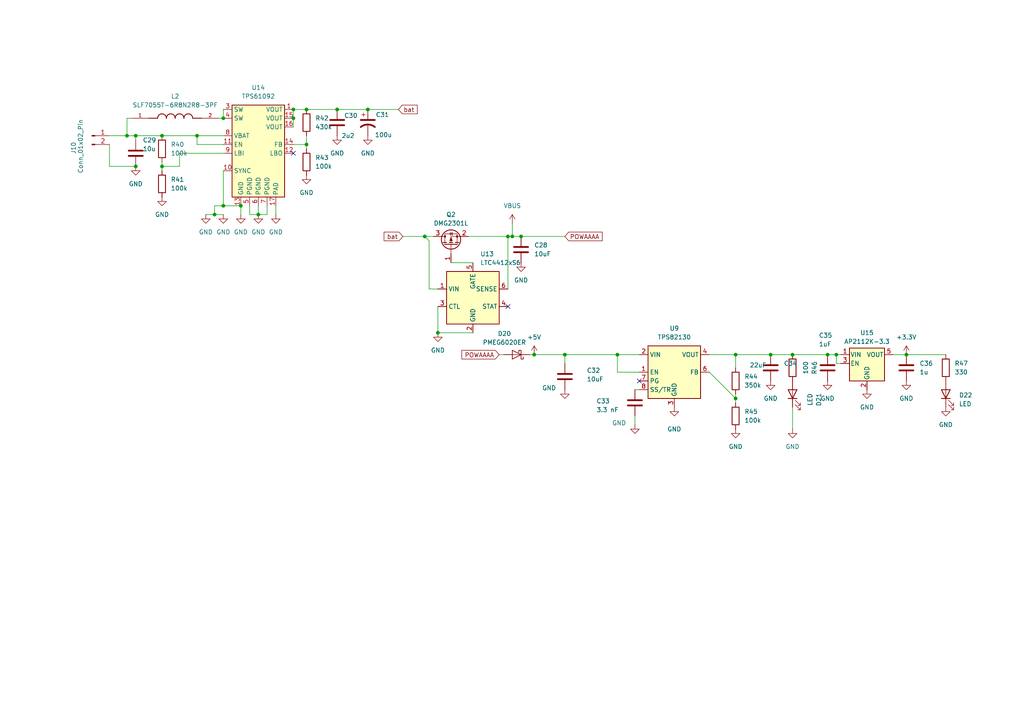
<source format=kicad_sch>
(kicad_sch (version 20250114) (generator "eeschema") (generator_version "9.0")
  (paper "A4")
  (lib_symbols
    (symbol "Connector:Conn_01x02_Pin" (pin_names (offset 1.016) (hide yes))
      (property "Reference" "J" (at 0 2.54 0))
      (property "Value" "Conn_01x02_Pin" (at 0 -5.08 0))
      (symbol "Conn_01x02_Pin_1_1"
        (rectangle (start 0.8636 0.127) (end 0 -0.127) (stroke (width 0.1524)) (fill (type outline)))
        (rectangle (start 0.8636 -2.413) (end 0 -2.667) (stroke (width 0.1524)) (fill (type outline)))
        (polyline (pts (xy 1.27 0) (xy 0.8636 0)) (stroke (width 0.1524)))
        (polyline (pts (xy 1.27 -2.54) (xy 0.8636 -2.54)) (stroke (width 0.1524)))
        (pin passive line (at 5.08 0 180) (length 3.81) (name "Pin_1") (number "1"))
        (pin passive line (at 5.08 -2.54 180) (length 3.81) (name "Pin_2") (number "2"))
      )
    )
    (symbol "Device:C" (pin_numbers (hide yes)) (pin_names (offset 0.254))
      (property "Reference" "C" (at 0.635 2.54 0))
      (property "Value" "C" (at 0.635 -2.54 0))
      (symbol "C_0_1"
        (polyline (pts (xy -2.032 0.762) (xy 2.032 0.762)) (stroke (width 0.508)))
        (polyline (pts (xy -2.032 -0.762) (xy 2.032 -0.762)) (stroke (width 0.508)))
      )
      (symbol "C_1_1"
        (pin passive line (at 0 3.81 270) (length 2.794) (name "~") (number "1"))
        (pin passive line (at 0 -3.81 90) (length 2.794) (name "~") (number "2"))
      )
    )
    (symbol "Device:C_Polarized_US" (pin_numbers (hide yes)) (pin_names (offset 0.254) (hide yes))
      (property "Reference" "C" (at 0.635 2.54 0))
      (property "Value" "C_Polarized_US" (at 0.635 -2.54 0))
      (symbol "C_Polarized_US_0_1"
        (polyline (pts (xy -2.032 0.762) (xy 2.032 0.762)) (stroke (width 0.508)))
        (polyline (pts (xy -1.778 2.286) (xy -0.762 2.286)))
        (polyline (pts (xy -1.27 1.778) (xy -1.27 2.794)))
        (arc (start -2.032 -1.27) (mid 0 -0.5572) (end 2.032 -1.27) (stroke (width 0.508)))
      )
      (symbol "C_Polarized_US_1_1"
        (pin passive line (at 0 3.81 270) (length 2.794) (name "~") (number "1"))
        (pin passive line (at 0 -3.81 90) (length 3.302) (name "~") (number "2"))
      )
    )
    (symbol "Device:LED" (pin_numbers (hide yes)) (pin_names (offset 1.016) (hide yes))
      (property "Reference" "D" (at 0 2.54 0))
      (property "Value" "LED" (at 0 -2.54 0))
      (symbol "LED_0_1"
        (polyline (pts (xy -3.048 -0.762) (xy -4.572 -2.286) (xy -3.81 -2.286) (xy -4.572 -2.286) (xy -4.572 -1.524)))
        (polyline (pts (xy -1.778 -0.762) (xy -3.302 -2.286) (xy -2.54 -2.286) (xy -3.302 -2.286) (xy -3.302 -1.524)))
        (polyline (pts (xy -1.27 0) (xy 1.27 0)))
        (polyline (pts (xy -1.27 -1.27) (xy -1.27 1.27)) (stroke (width 0.254)))
        (polyline (pts (xy 1.27 -1.27) (xy 1.27 1.27) (xy -1.27 0) (xy 1.27 -1.27)) (stroke (width 0.254)))
      )
      (symbol "LED_1_1"
        (pin passive line (at -3.81 0 0) (length 2.54) (name "K") (number "1"))
        (pin passive line (at 3.81 0 180) (length 2.54) (name "A") (number "2"))
      )
    )
    (symbol "Device:R" (pin_numbers (hide yes)) (pin_names (offset 0))
      (property "Reference" "R" (at 2.032 0 90))
      (property "Value" "R" (at 0 0 90))
      (symbol "R_0_1"
        (rectangle (start -1.016 -2.54) (end 1.016 2.54) (stroke (width 0.254)))
      )
      (symbol "R_1_1"
        (pin passive line (at 0 3.81 270) (length 1.27) (name "~") (number "1"))
        (pin passive line (at 0 -3.81 90) (length 1.27) (name "~") (number "2"))
      )
    )
    (symbol "Diode:PMEG6020ER" (pin_numbers (hide yes)) (pin_names (hide yes))
      (property "Reference" "D" (at 0 2.54 0))
      (property "Value" "PMEG6020ER" (at 0 -2.54 0))
      (symbol "PMEG6020ER_0_1"
        (polyline (pts (xy -1.905 0.635) (xy -1.905 1.27) (xy -1.27 1.27) (xy -1.27 -1.27) (xy -0.635 -1.27) (xy -0.635 -0.635)) (stroke (width 0.2032)))
        (polyline (pts (xy 1.27 1.27) (xy 1.27 -1.27) (xy -1.27 0) (xy 1.27 1.27)) (stroke (width 0.2032)))
        (polyline (pts (xy 1.27 0) (xy -1.27 0)))
      )
      (symbol "PMEG6020ER_1_1"
        (pin passive line (at -3.81 0 0) (length 2.54) (name "K") (number "1"))
        (pin passive line (at 3.81 0 180) (length 2.54) (name "A") (number "2"))
      )
    )
    (symbol "Power_Management:LTC4412xS6"
      (property "Reference" "U" (at -6.35 8.89 0))
      (property "Value" "LTC4412xS6" (at 6.35 8.89 0))
      (symbol "LTC4412xS6_0_1"
        (rectangle (start -7.62 7.62) (end 7.62 -7.62) (stroke (width 0.254)) (fill (type background)))
      )
      (symbol "LTC4412xS6_1_1"
        (pin power_in line (at -10.16 2.54 0) (length 2.54) (name "VIN") (number "1"))
        (pin input line (at -10.16 -2.54 0) (length 2.54) (name "CTL") (number "3"))
        (pin output line (at 0 10.16 270) (length 2.54) (name "GATE") (number "5"))
        (pin power_in line (at 0 -10.16 90) (length 2.54) (name "GND") (number "2"))
        (pin input line (at 10.16 2.54 180) (length 2.54) (name "SENSE") (number "6"))
        (pin open_collector line (at 10.16 -2.54 180) (length 2.54) (name "STAT") (number "4"))
      )
    )
    (symbol "Regulator_Linear:AP2112K-3.3" (pin_names (offset 0.254))
      (property "Reference" "U" (at -5.08 5.715 0))
      (property "Value" "AP2112K-3.3" (at 0 5.715 0))
      (symbol "AP2112K-3.3_0_1"
        (rectangle (start -5.08 4.445) (end 5.08 -5.08) (stroke (width 0.254)) (fill (type background)))
      )
      (symbol "AP2112K-3.3_1_1"
        (pin power_in line (at -7.62 2.54 0) (length 2.54) (name "VIN") (number "1"))
        (pin input line (at -7.62 0 0) (length 2.54) (name "EN") (number "3"))
        (pin power_in line (at 0 -7.62 90) (length 2.54) (name "GND") (number "2"))
        (pin no_connect line (at 5.08 0 180) (length 2.54) (hide yes) (name "NC") (number "4"))
        (pin power_out line (at 7.62 2.54 180) (length 2.54) (name "VOUT") (number "5"))
      )
    )
    (symbol "Regulator_Switching:TPS61092"
      (property "Reference" "U" (at -7.62 15.24 0))
      (property "Value" "TPS61092" (at 1.27 15.24 0))
      (symbol "TPS61092_0_0"
        (pin passive line (at -10.16 12.7 0) (length 2.54) (name "SW") (number "3"))
        (pin passive line (at -10.16 10.16 0) (length 2.54) (name "SW") (number "4"))
        (pin power_in line (at -10.16 5.08 0) (length 2.54) (name "VBAT") (number "8"))
        (pin input line (at -10.16 2.54 0) (length 2.54) (name "EN") (number "11"))
        (pin input line (at -10.16 0 0) (length 2.54) (name "LBI") (number "9"))
        (pin input line (at -10.16 -5.08 0) (length 2.54) (name "SYNC") (number "10"))
        (pin power_in line (at -5.08 -15.24 90) (length 2.54) (name "GND") (number "13"))
        (pin power_in line (at -2.54 -15.24 90) (length 2.54) (name "PGND") (number "5"))
        (pin power_in line (at 0 -15.24 90) (length 2.54) (name "PGND") (number "6"))
        (pin power_in line (at 2.54 -15.24 90) (length 2.54) (name "PGND") (number "7"))
        (pin power_in line (at 5.08 -15.24 90) (length 2.54) (name "PAD") (number "17"))
        (pin power_out line (at 10.16 12.7 180) (length 2.54) (name "VOUT") (number "1"))
        (pin passive line (at 10.16 10.16 180) (length 2.54) (name "VOUT") (number "15"))
        (pin passive line (at 10.16 7.62 180) (length 2.54) (name "VOUT") (number "16"))
        (pin input line (at 10.16 2.54 180) (length 2.54) (name "FB") (number "14"))
        (pin open_collector line (at 10.16 0 180) (length 2.54) (name "LBO") (number "12"))
        (pin no_connect line (at 10.16 -5.08 180) (length 2.54) (hide yes) (name "NC") (number "2"))
      )
      (symbol "TPS61092_0_1"
        (rectangle (start -7.62 13.97) (end 7.62 -12.7) (stroke (width 0.254)) (fill (type background)))
      )
    )
    (symbol "Regulator_Switching:TPS82130"
      (property "Reference" "U" (at 1.27 11.43 0))
      (property "Value" "TPS82130" (at 5.08 8.89 0))
      (symbol "TPS82130_0_1"
        (rectangle (start -7.62 7.62) (end 7.62 -7.62) (stroke (width 0.254)) (fill (type background)))
      )
      (symbol "TPS82130_1_1"
        (pin power_in line (at -10.16 5.08 0) (length 2.54) (name "VIN") (number "2"))
        (pin input line (at -10.16 0 0) (length 2.54) (name "EN") (number "1"))
        (pin open_collector line (at -10.16 -2.54 0) (length 2.54) (name "PG") (number "7"))
        (pin input line (at -10.16 -5.08 0) (length 2.54) (name "SS/TR") (number "8"))
        (pin power_in line (at 0 -10.16 90) (length 2.54) (name "GND") (number "3"))
        (pin passive line (at 0 -10.16 90) (length 2.54) (hide yes) (name "GND") (number "9"))
        (pin power_out line (at 10.16 5.08 180) (length 2.54) (name "VOUT") (number "4"))
        (pin passive line (at 10.16 5.08 180) (length 2.54) (hide yes) (name "VOUT") (number "5"))
        (pin input line (at 10.16 0 180) (length 2.54) (name "FB") (number "6"))
      )
    )
    (symbol "SLF7055T-6R8N2R8-3PF[1]:SLF7055T-6R8N2R8-3PF" (pin_names (offset 1.016))
      (property "Reference" "L" (at -10.16 5.08 0))
      (property "Value" "SLF7055T-6R8N2R8-3PF" (at -10.16 -5.08 0))
      (symbol "SLF7055T-6R8N2R8-3PF_0_0"
        (polyline (pts (xy -5.08 0) (xy -7.62 0)) (stroke (width 0.254)))
        (arc (start -5.08 0) (mid -3.81 1.2645) (end -2.54 0) (stroke (width 0.254)))
        (arc (start -2.54 0) (mid -1.27 1.2645) (end 0 0) (stroke (width 0.254)))
        (arc (start 0 0) (mid 1.27 1.2645) (end 2.54 0) (stroke (width 0.254)))
        (arc (start 2.54 0) (mid 3.81 1.2645) (end 5.08 0) (stroke (width 0.254)))
        (polyline (pts (xy 5.08 0) (xy 7.62 0)) (stroke (width 0.254)))
        (pin passive line (at -12.7 0 0) (length 5.08) (name "~") (number "1"))
        (pin passive line (at 12.7 0 180) (length 5.08) (name "~") (number "2"))
      )
    )
    (symbol "Transistor_FET:DMG2301L" (pin_names (hide yes))
      (property "Reference" "Q" (at 5.08 1.905 0))
      (property "Value" "DMG2301L" (at 5.08 0 0))
      (symbol "DMG2301L_0_1"
        (polyline (pts (xy 0.254 1.905) (xy 0.254 -1.905)) (stroke (width 0.254)))
        (polyline (pts (xy 0.254 0) (xy -2.54 0)))
        (polyline (pts (xy 0.762 2.286) (xy 0.762 1.27)) (stroke (width 0.254)))
        (polyline (pts (xy 0.762 1.778) (xy 3.302 1.778) (xy 3.302 -1.778) (xy 0.762 -1.778)))
        (polyline (pts (xy 0.762 0.508) (xy 0.762 -0.508)) (stroke (width 0.254)))
        (polyline (pts (xy 0.762 -1.27) (xy 0.762 -2.286)) (stroke (width 0.254)))
        (circle (center 1.651 0) (radius 2.794) (stroke (width 0.254)))
        (polyline (pts (xy 2.286 0) (xy 1.27 0.381) (xy 1.27 -0.381) (xy 2.286 0)) (fill (type outline)))
        (polyline (pts (xy 2.54 2.54) (xy 2.54 1.778)))
        (circle (center 2.54 1.778) (radius 0.254) (fill (type outline)))
        (circle (center 2.54 -1.778) (radius 0.254) (fill (type outline)))
        (polyline (pts (xy 2.54 -2.54) (xy 2.54 0) (xy 0.762 0)))
        (polyline (pts (xy 2.794 -0.508) (xy 2.921 -0.381) (xy 3.683 -0.381) (xy 3.81 -0.254)))
        (polyline (pts (xy 3.302 -0.381) (xy 2.921 0.254) (xy 3.683 0.254) (xy 3.302 -0.381)))
      )
      (symbol "DMG2301L_1_1"
        (pin input line (at -5.08 0 0) (length 2.54) (name "G") (number "1"))
        (pin passive line (at 2.54 5.08 270) (length 2.54) (name "D") (number "3"))
        (pin passive line (at 2.54 -5.08 90) (length 2.54) (name "S") (number "2"))
      )
    )
    (symbol "power:+3.3V" (power) (pin_numbers (hide yes)) (pin_names (offset 0) (hide yes))
      (property "Value" "+3.3V" (at 0 3.556 0))
      (symbol "+3.3V_0_1"
        (polyline (pts (xy -0.762 1.27) (xy 0 2.54)))
        (polyline (pts (xy 0 2.54) (xy 0.762 1.27)))
        (polyline (pts (xy 0 0) (xy 0 2.54)))
      )
      (symbol "+3.3V_1_1"
        (pin power_in line (at 0 0 90) (length 0) (name "~") (number "1"))
      )
    )
    (symbol "power:+5V" (power) (pin_numbers (hide yes)) (pin_names (offset 0) (hide yes))
      (property "Value" "+5V" (at 0 3.556 0))
      (symbol "+5V_0_1"
        (polyline (pts (xy -0.762 1.27) (xy 0 2.54)))
        (polyline (pts (xy 0 2.54) (xy 0.762 1.27)))
        (polyline (pts (xy 0 0) (xy 0 2.54)))
      )
      (symbol "+5V_1_1"
        (pin power_in line (at 0 0 90) (length 0) (name "~") (number "1"))
      )
    )
    (symbol "power:GND" (power) (pin_numbers (hide yes)) (pin_names (offset 0) (hide yes))
      (property "Value" "GND" (at 0 -3.81 0))
      (symbol "GND_0_1"
        (polyline (pts (xy 0 0) (xy 0 -1.27) (xy 1.27 -1.27) (xy 0 -2.54) (xy -1.27 -1.27) (xy 0 -1.27)))
      )
      (symbol "GND_1_1"
        (pin power_in line (at 0 0 270) (length 0) (name "~") (number "1"))
      )
    )
    (symbol "power:VBUS" (power) (pin_numbers (hide yes)) (pin_names (offset 0) (hide yes))
      (property "Value" "VBUS" (at 0 3.556 0))
      (symbol "VBUS_0_1"
        (polyline (pts (xy -0.762 1.27) (xy 0 2.54)))
        (polyline (pts (xy 0 2.54) (xy 0.762 1.27)))
        (polyline (pts (xy 0 0) (xy 0 2.54)))
      )
      (symbol "VBUS_1_1"
        (pin power_in line (at 0 0 90) (length 0) (name "~") (number "1"))
      )
    )
  )
  (junction (at 97.79 31.75))
  (junction (at 46.99 48.26))
  (junction (at 213.36 102.87))
  (junction (at 36.83 39.37))
  (junction (at 179.07 102.87))
  (junction (at 127 96.52))
  (junction (at 242.57 102.87))
  (junction (at 106.68 31.75))
  (junction (at 85.09 31.75))
  (junction (at 62.23 62.23))
  (junction (at 46.99 39.37))
  (junction (at 229.87 102.87))
  (junction (at 39.37 39.37))
  (junction (at 88.9 31.75))
  (junction (at 154.94 102.87))
  (junction (at 123.19 68.58))
  (junction (at 74.93 62.23))
  (junction (at 88.9 41.91))
  (junction (at 69.85 59.69))
  (junction (at 240.03 102.87))
  (junction (at 57.15 39.37))
  (junction (at 151.13 68.58))
  (junction (at 85.09 34.29))
  (junction (at 213.36 115.57))
  (junction (at 223.52 102.87))
  (junction (at 64.77 59.69))
  (junction (at 262.89 102.87))
  (junction (at 163.83 102.87))
  (junction (at 147.32 68.58))
  (junction (at 39.37 48.26))
  (junction (at 64.77 34.29))
  (junction (at 148.59 68.58))
  (no_connect (at 147.32 88.9))
  (no_connect (at 185.42 110.49))
  (no_connect (at 85.09 44.45))
  (wire (pts (xy 80.01 62.23) (xy 80.01 59.69)))
  (wire (pts (xy 213.36 106.68) (xy 213.36 102.87)))
  (wire (pts (xy 39.37 39.37) (xy 46.99 39.37)))
  (wire (pts (xy 213.36 102.87) (xy 223.52 102.87)))
  (wire (pts (xy 153.67 102.87) (xy 154.94 102.87)))
  (wire (pts (xy 163.83 105.41) (xy 163.83 102.87)))
  (wire (pts (xy 62.23 59.69) (xy 64.77 59.69)))
  (wire (pts (xy 205.74 102.87) (xy 213.36 102.87)))
  (wire (pts (xy 36.83 34.29) (xy 36.83 39.37)))
  (wire (pts (xy 259.08 102.87) (xy 262.89 102.87)))
  (wire (pts (xy 88.9 43.18) (xy 88.9 41.91)))
  (wire (pts (xy 130.81 76.2) (xy 137.16 76.2)))
  (wire (pts (xy 52.07 44.45) (xy 52.07 48.26)))
  (wire (pts (xy 127 96.52) (xy 137.16 96.52)))
  (wire (pts (xy 184.15 113.03) (xy 185.42 113.03)))
  (wire (pts (xy 77.47 62.23) (xy 77.47 59.69)))
  (wire (pts (xy 106.68 31.75) (xy 115.57 31.75)))
  (wire (pts (xy 64.77 59.69) (xy 69.85 59.69)))
  (wire (pts (xy 184.15 120.65) (xy 184.15 123.19)))
  (wire (pts (xy 85.09 34.29) (xy 85.09 36.83)))
  (wire (pts (xy 262.89 102.87) (xy 274.32 102.87)))
  (wire (pts (xy 31.75 41.91) (xy 31.75 48.26)))
  (wire (pts (xy 97.79 31.75) (xy 88.9 31.75)))
  (wire (pts (xy 64.77 49.53) (xy 64.77 59.69)))
  (wire (pts (xy 124.46 83.82) (xy 127 83.82)))
  (wire (pts (xy 116.84 68.58) (xy 123.19 68.58)))
  (wire (pts (xy 39.37 39.37) (xy 39.37 40.64)))
  (wire (pts (xy 154.94 102.87) (xy 163.83 102.87)))
  (wire (pts (xy 59.69 62.23) (xy 62.23 62.23)))
  (wire (pts (xy 242.57 102.87) (xy 243.84 102.87)))
  (wire (pts (xy 88.9 41.91) (xy 88.9 39.37)))
  (wire (pts (xy 123.19 68.58) (xy 125.73 68.58)))
  (wire (pts (xy 69.85 62.23) (xy 69.85 59.69)))
  (wire (pts (xy 213.36 114.3) (xy 213.36 115.57)))
  (wire (pts (xy 88.9 31.75) (xy 85.09 31.75)))
  (wire (pts (xy 106.68 31.75) (xy 97.79 31.75)))
  (wire (pts (xy 127 96.52) (xy 127 88.9)))
  (wire (pts (xy 64.77 31.75) (xy 64.77 34.29)))
  (wire (pts (xy 229.87 118.11) (xy 229.87 124.46)))
  (wire (pts (xy 31.75 39.37) (xy 36.83 39.37)))
  (wire (pts (xy 36.83 39.37) (xy 39.37 39.37)))
  (wire (pts (xy 229.87 102.87) (xy 240.03 102.87)))
  (wire (pts (xy 223.52 102.87) (xy 229.87 102.87)))
  (wire (pts (xy 163.83 102.87) (xy 179.07 102.87)))
  (wire (pts (xy 46.99 49.53) (xy 46.99 48.26)))
  (wire (pts (xy 135.89 68.58) (xy 147.32 68.58)))
  (wire (pts (xy 242.57 105.41) (xy 242.57 102.87)))
  (wire (pts (xy 31.75 48.26) (xy 39.37 48.26)))
  (wire (pts (xy 74.93 59.69) (xy 74.93 62.23)))
  (wire (pts (xy 57.15 39.37) (xy 64.77 39.37)))
  (wire (pts (xy 46.99 48.26) (xy 46.99 46.99)))
  (wire (pts (xy 213.36 116.84) (xy 213.36 115.57)))
  (wire (pts (xy 240.03 102.87) (xy 242.57 102.87)))
  (wire (pts (xy 74.93 62.23) (xy 77.47 62.23)))
  (wire (pts (xy 57.15 41.91) (xy 64.77 41.91)))
  (wire (pts (xy 205.74 107.95) (xy 213.36 115.57)))
  (wire (pts (xy 36.83 34.29) (xy 38.1 34.29)))
  (wire (pts (xy 151.13 68.58) (xy 163.83 68.58)))
  (wire (pts (xy 124.46 69.85) (xy 123.19 68.58)))
  (wire (pts (xy 62.23 59.69) (xy 62.23 62.23)))
  (wire (pts (xy 62.23 62.23) (xy 64.77 62.23)))
  (wire (pts (xy 64.77 44.45) (xy 52.07 44.45)))
  (wire (pts (xy 63.5 34.29) (xy 64.77 34.29)))
  (wire (pts (xy 85.09 41.91) (xy 88.9 41.91)))
  (wire (pts (xy 72.39 59.69) (xy 72.39 62.23)))
  (wire (pts (xy 46.99 48.26) (xy 52.07 48.26)))
  (wire (pts (xy 185.42 107.95) (xy 179.07 107.95)))
  (wire (pts (xy 179.07 102.87) (xy 185.42 102.87)))
  (wire (pts (xy 85.09 31.75) (xy 85.09 34.29)))
  (wire (pts (xy 147.32 68.58) (xy 148.59 68.58)))
  (wire (pts (xy 72.39 62.23) (xy 74.93 62.23)))
  (wire (pts (xy 148.59 64.77) (xy 148.59 68.58)))
  (wire (pts (xy 46.99 39.37) (xy 57.15 39.37)))
  (wire (pts (xy 148.59 68.58) (xy 151.13 68.58)))
  (wire (pts (xy 146.05 102.87) (xy 144.78 102.87)))
  (wire (pts (xy 179.07 107.95) (xy 179.07 102.87)))
  (wire (pts (xy 124.46 83.82) (xy 124.46 69.85)))
  (wire (pts (xy 243.84 105.41) (xy 242.57 105.41)))
  (wire (pts (xy 57.15 39.37) (xy 57.15 41.91)))
  (wire (pts (xy 147.32 68.58) (xy 147.32 83.82)))
  (global_label "bat" (shape input) (at 116.84 68.58 180) (property "Intersheetrefs" "${INTERSHEET_REFS}" (effects (hide yes))))
  (global_label "POWAAAA" (shape input) (at 144.78 102.87 180) (property "Intersheetrefs" "${INTERSHEET_REFS}" (effects (hide yes))))
  (global_label "POWAAAA" (shape input) (at 163.83 68.58 0) (property "Intersheetrefs" "${INTERSHEET_REFS}" (effects (hide yes))))
  (global_label "bat" (shape input) (at 115.57 31.75 0) (property "Intersheetrefs" "${INTERSHEET_REFS}" (effects (hide yes))))
  (symbol (lib_id "Regulator_Linear:AP2112K-3.3") (at 251.46 105.41 0) (unit 1)
    (property "Reference" "U15" (at 251.46 96.52 0))
    (property "Value" "AP2112K-3.3" (at 251.46 99.06 0))
    (property "Footprint" "Package_TO_SOT_SMD:SOT-23-5" (effects (hide yes)))
    (property "Datasheet" "https://www.diodes.com/assets/Datasheets/AP2112.pdf" (effects (hide yes)))
    (property "Description" "600mA low dropout linear regulator, with enable pin, 3.8V-6V input voltage range, 3.3V fixed positive output, SOT-23-5" (effects (hide yes)))
  )
  (symbol (lib_id "power:GND") (at 163.83 113.03 0) (unit 1)
    (property "Reference" "#PWR0143" (effects (hide yes)))
    (property "Value" "GND" (at 159.258 112.522 0))
    (property "Description" "Power symbol creates a global label with name \"GND\" , ground" (effects (hide yes)))
  )
  (symbol (lib_id "Device:LED") (at 274.32 114.3 90) (unit 1)
    (property "Reference" "D22" (at 278.13 114.6174 90) (effects (justify right)))
    (property "Value" "LED" (at 278.13 117.1574 90) (effects (justify right)))
    (property "Footprint" "LED_SMD:LED_0603_1608Metric" (effects (hide yes)))
    (property "Description" "Light emitting diode" (effects (hide yes)))
    (property "Sim.Pins" "1=K 2=A" (effects (hide yes)))
  )
  (symbol (lib_id "Device:C") (at 151.13 72.39 0) (unit 1)
    (property "Reference" "C28" (at 154.94 71.1199 0) (effects (justify left)))
    (property "Value" "10uF" (at 154.94 73.6599 0) (effects (justify left)))
    (property "Footprint" "Capacitor_SMD:C_0603_1608Metric" (effects (hide yes)))
    (property "Description" "Unpolarized capacitor" (effects (hide yes)))
  )
  (symbol (lib_id "Device:R") (at 46.99 43.18 0) (unit 1)
    (property "Reference" "R40" (at 49.53 41.9099 0) (effects (justify left)))
    (property "Value" "100k" (at 49.53 44.4499 0) (effects (justify left)))
    (property "Footprint" "Resistor_SMD:R_0603_1608Metric" (effects (hide yes)))
    (property "Description" "Resistor" (effects (hide yes)))
  )
  (symbol (lib_id "power:GND") (at 69.85 62.23 0) (unit 1)
    (property "Reference" "#PWR0130" (effects (hide yes)))
    (property "Value" "GND" (at 69.85 67.31 0))
    (property "Description" "Power symbol creates a global label with name \"GND\" , ground" (effects (hide yes)))
  )
  (symbol (lib_id "power:GND") (at 59.69 62.23 0) (unit 1)
    (property "Reference" "#PWR039" (effects (hide yes)))
    (property "Value" "GND" (at 59.69 67.31 0))
    (property "Description" "Power symbol creates a global label with name \"GND\" , ground" (effects (hide yes)))
  )
  (symbol (lib_id "power:GND") (at 184.15 123.19 0) (unit 1)
    (property "Reference" "#PWR0201" (effects (hide yes)))
    (property "Value" "GND" (at 179.578 122.682 0))
    (property "Description" "Power symbol creates a global label with name \"GND\" , ground" (effects (hide yes)))
  )
  (symbol (lib_id "Device:R") (at 213.36 120.65 0) (unit 1)
    (property "Reference" "R45" (at 215.9 119.3799 0) (effects (justify left)))
    (property "Value" "100k" (at 215.9 121.9199 0) (effects (justify left)))
    (property "Footprint" "Resistor_SMD:R_0603_1608Metric" (effects (hide yes)))
    (property "Description" "Resistor" (effects (hide yes)))
  )
  (symbol (lib_id "Device:R") (at 213.36 110.49 0) (unit 1)
    (property "Reference" "R44" (at 215.9 109.2199 0) (effects (justify left)))
    (property "Value" "350k" (at 215.9 111.7599 0) (effects (justify left)))
    (property "Footprint" "Resistor_SMD:R_0603_1608Metric" (effects (hide yes)))
    (property "Description" "Resistor" (effects (hide yes)))
  )
  (symbol (lib_id "Power_Management:LTC4412xS6") (at 137.16 86.36 0) (unit 1)
    (property "Reference" "U13" (at 139.3033 73.66 0) (effects (justify left)))
    (property "Value" "LTC4412xS6" (at 139.3033 76.2 0) (effects (justify left)))
    (property "Footprint" "Package_TO_SOT_SMD:TSOT-23-6" (effects (hide yes)))
    (property "Datasheet" "https://www.analog.com/media/en/technical-documentation/data-sheets/4412fb.pdf" (effects (hide yes)))
    (property "Description" "Low Loss PowerPath Controller, TSOT-23-6" (effects (hide yes)))
  )
  (symbol (lib_id "power:GND") (at 39.37 48.26 0) (unit 1)
    (property "Reference" "#PWR037" (effects (hide yes)))
    (property "Value" "GND" (at 39.37 53.34 0))
    (property "Description" "Power symbol creates a global label with name \"GND\" , ground" (effects (hide yes)))
  )
  (symbol (lib_id "power:+5V") (at 154.94 102.87 0) (unit 1)
    (property "Reference" "#PWR07" (effects (hide yes)))
    (property "Value" "+5V" (at 154.94 97.79 0))
    (property "Description" "Power symbol creates a global label with name \"+5V\"" (effects (hide yes)))
  )
  (symbol (lib_id "Device:R") (at 88.9 46.99 0) (unit 1)
    (property "Reference" "R43" (at 91.44 45.7199 0) (effects (justify left)))
    (property "Value" "100k" (at 91.44 48.2599 0) (effects (justify left)))
    (property "Footprint" "Resistor_SMD:R_0603_1608Metric" (effects (hide yes)))
    (property "Description" "Resistor" (effects (hide yes)))
  )
  (symbol (lib_id "power:GND") (at 127 96.52 0) (unit 1)
    (property "Reference" "#PWR035" (effects (hide yes)))
    (property "Value" "GND" (at 127 101.6 0))
    (property "Description" "Power symbol creates a global label with name \"GND\" , ground" (effects (hide yes)))
  )
  (symbol (lib_id "power:GND") (at 97.79 39.37 0) (unit 1)
    (property "Reference" "#PWR0138" (effects (hide yes)))
    (property "Value" "GND" (at 97.79 44.45 0))
    (property "Description" "Power symbol creates a global label with name \"GND\" , ground" (effects (hide yes)))
  )
  (symbol (lib_id "Diode:PMEG6020ER") (at 149.86 102.87 180) (unit 1)
    (property "Reference" "D20" (at 146.304 96.774 0))
    (property "Value" "PMEG6020ER" (at 146.304 99.314 0))
    (property "Footprint" "Diode_SMD:Nexperia_CFP3_SOD-123W" (effects (hide yes)))
    (property "Datasheet" "https://assets.nexperia.com/documents/data-sheet/PMEG6020ER.pdf" (effects (hide yes)))
    (property "Description" "60V, 2A low Vf MEGA Schottky barrier rectifier, SOD-123W" (effects (hide yes)))
  )
  (symbol (lib_id "power:GND") (at 64.77 62.23 0) (unit 1)
    (property "Reference" "#PWR040" (effects (hide yes)))
    (property "Value" "GND" (at 64.77 67.31 0))
    (property "Description" "Power symbol creates a global label with name \"GND\" , ground" (effects (hide yes)))
  )
  (symbol (lib_id "power:GND") (at 240.03 110.49 0) (unit 1)
    (property "Reference" "#PWR043" (effects (hide yes)))
    (property "Value" "GND" (at 240.03 115.57 0))
    (property "Description" "Power symbol creates a global label with name \"GND\" , ground" (effects (hide yes)))
  )
  (symbol (lib_id "power:GND") (at 106.68 39.37 0) (unit 1)
    (property "Reference" "#PWR0139" (effects (hide yes)))
    (property "Value" "GND" (at 106.68 44.45 0))
    (property "Description" "Power symbol creates a global label with name \"GND\" , ground" (effects (hide yes)))
  )
  (symbol (lib_id "power:GND") (at 80.01 62.23 0) (unit 1)
    (property "Reference" "#PWR0136" (effects (hide yes)))
    (property "Value" "GND" (at 80.01 67.31 0))
    (property "Description" "Power symbol creates a global label with name \"GND\" , ground" (effects (hide yes)))
  )
  (symbol (lib_id "SLF7055T-6R8N2R8-3PF[1]:SLF7055T-6R8N2R8-3PF") (at 50.8 34.29 0) (unit 1)
    (property "Reference" "L2" (at 50.8 27.94 0))
    (property "Value" "SLF7055T-6R8N2R8-3PF" (at 50.8 30.48 0))
    (property "Footprint" "Inductor_SMD:L_7.3x7.3_H4.5" (effects (hide yes)))
    (property "MF" "TDK" (effects (hide yes)))
    (property "MAXIMUM_PACKAGE_HEIGHT" "5.8 mm" (effects (hide yes)))
    (property "Package" "NON STANDARD-2 TDK" (effects (hide yes)))
    (property "Price" "None" (effects (hide yes)))
    (property "Check_prices" "https://www.snapeda.com/parts/SLF7055T-6R8N2R8-3PF/TDK/view-part/?ref=eda" (effects (hide yes)))
    (property "STANDARD" "Manufacturer Recommendations" (effects (hide yes)))
    (property "PARTREV" "N/A" (effects (hide yes)))
    (property "SnapEDA_Link" "https://www.snapeda.com/parts/SLF7055T-6R8N2R8-3PF/TDK/view-part/?ref=snap" (effects (hide yes)))
    (property "MP" "SLF7055T-6R8N2R8-3PF" (effects (hide yes)))
    (property "Description_1" "Inductor Power Shielded Wirewound 6.8uH 30% 100KHz Ferrite 2.8A 44.2mOhm DCR T/R" (effects (hide yes)))
    (property "Availability" "In Stock" (effects (hide yes)))
    (property "MANUFACTURER" "TDK" (effects (hide yes)))
  )
  (symbol (lib_id "power:VBUS") (at 148.59 64.77 0) (unit 1)
    (property "Reference" "#PWR01" (effects (hide yes)))
    (property "Value" "VBUS" (at 148.59 59.69 0))
    (property "Description" "Power symbol creates a global label with name \"VBUS\"" (effects (hide yes)))
  )
  (symbol (lib_id "power:GND") (at 274.32 118.11 0) (unit 1)
    (property "Reference" "#PWR0207" (effects (hide yes)))
    (property "Value" "GND" (at 274.32 123.19 0))
    (property "Description" "Power symbol creates a global label with name \"GND\" , ground" (effects (hide yes)))
  )
  (symbol (lib_id "Regulator_Switching:TPS61092") (at 74.93 44.45 0) (unit 1)
    (property "Reference" "U14" (at 74.93 25.4 0))
    (property "Value" "TPS61092" (at 74.93 27.94 0))
    (property "Footprint" "Package_DFN_QFN:Texas_RSA_VQFN-16-1EP_4x4mm_P0.65mm_EP2.7x2.7mm_ThermalVias" (effects (hide yes)))
    (property "Datasheet" "http://www.ti.com/lit/ds/symlink/tps61090.pdf" (effects (hide yes)))
    (property "Description" "2A Step-Up DC-DC Converter for Batteries, Isw up to 2500mA, 5V Output Voltage, QFN-16" (effects (hide yes)))
  )
  (symbol (lib_id "Device:C") (at 39.37 44.45 0) (unit 1)
    (property "Reference" "C29" (at 41.402 40.64 0) (effects (justify left)))
    (property "Value" "10u" (at 41.402 43.18 0) (effects (justify left)))
    (property "Footprint" "Capacitor_SMD:C_0603_1608Metric" (effects (hide yes)))
    (property "Description" "Unpolarized capacitor" (effects (hide yes)))
  )
  (symbol (lib_id "power:+3.3V") (at 262.89 102.87 0) (mirror y) (unit 1)
    (property "Reference" "#PWR0205" (effects (hide yes)))
    (property "Value" "+3.3V" (at 262.89 97.79 0))
    (property "Description" "Power symbol creates a global label with name \"+3.3V\"" (effects (hide yes)))
  )
  (symbol (lib_id "Device:R") (at 274.32 106.68 0) (unit 1)
    (property "Reference" "R47" (at 276.86 105.4099 0) (effects (justify left)))
    (property "Value" "330" (at 276.86 107.9499 0) (effects (justify left)))
    (property "Footprint" "Resistor_SMD:R_0603_1608Metric" (effects (hide yes)))
    (property "Description" "Resistor" (effects (hide yes)))
  )
  (symbol (lib_id "Device:C") (at 163.83 109.22 0) (unit 1)
    (property "Reference" "C32" (at 170.18 107.442 0) (effects (justify left)))
    (property "Value" "10uF" (at 170.18 109.982 0) (effects (justify left)))
    (property "Footprint" "Capacitor_SMD:C_0603_1608Metric" (effects (hide yes)))
    (property "Description" "Unpolarized capacitor" (effects (hide yes)))
  )
  (symbol (lib_id "power:GND") (at 223.52 110.49 0) (unit 1)
    (property "Reference" "#PWR0203" (effects (hide yes)))
    (property "Value" "GND" (at 223.52 115.57 0))
    (property "Description" "Power symbol creates a global label with name \"GND\" , ground" (effects (hide yes)))
  )
  (symbol (lib_id "Device:C") (at 184.15 116.84 0) (unit 1)
    (property "Reference" "C33" (at 172.974 116.332 0) (effects (justify left)))
    (property "Value" "3.3 nF" (at 172.974 118.872 0) (effects (justify left)))
    (property "Footprint" "Capacitor_SMD:C_0603_1608Metric" (effects (hide yes)))
    (property "Description" "Unpolarized capacitor" (effects (hide yes)))
  )
  (symbol (lib_id "Device:C") (at 240.03 106.68 0) (unit 1)
    (property "Reference" "C35" (at 237.49 97.282 0) (effects (justify left)))
    (property "Value" "1uF" (at 237.49 99.822 0) (effects (justify left)))
    (property "Footprint" "Capacitor_SMD:C_0603_1608Metric" (effects (hide yes)))
    (property "Description" "Unpolarized capacitor" (effects (hide yes)))
  )
  (symbol (lib_id "power:GND") (at 195.58 118.11 0) (unit 1)
    (property "Reference" "#PWR041" (effects (hide yes)))
    (property "Value" "GND" (at 195.58 124.46 0))
    (property "Description" "Power symbol creates a global label with name \"GND\" , ground" (effects (hide yes)))
  )
  (symbol (lib_id "Device:LED") (at 229.87 114.3 90) (unit 1)
    (property "Reference" "D21" (at 237.49 115.8875 0))
    (property "Value" "LED" (at 234.95 115.8875 0))
    (property "Footprint" "LED_SMD:LED_0603_1608Metric" (effects (hide yes)))
    (property "Description" "Light emitting diode" (effects (hide yes)))
    (property "Sim.Pins" "1=K 2=A" (effects (hide yes)))
  )
  (symbol (lib_id "Device:C_Polarized_US") (at 106.68 35.56 0) (unit 1)
    (property "Reference" "C31" (at 108.966 33.274 0) (effects (justify left)))
    (property "Value" "100u" (at 108.712 39.116 0) (effects (justify left)))
    (property "Footprint" "Capacitor_SMD:C_0603_1608Metric" (effects (hide yes)))
    (property "Description" "Polarized capacitor, US symbol" (effects (hide yes)))
  )
  (symbol (lib_id "power:GND") (at 229.87 124.46 0) (unit 1)
    (property "Reference" "#PWR042" (effects (hide yes)))
    (property "Value" "GND" (at 229.87 129.54 0))
    (property "Description" "Power symbol creates a global label with name \"GND\" , ground" (effects (hide yes)))
  )
  (symbol (lib_id "Device:C") (at 97.79 35.56 0) (unit 1)
    (property "Reference" "C30" (at 99.822 33.528 0) (effects (justify left)))
    (property "Value" "2u2" (at 99.06 39.37 0) (effects (justify left)))
    (property "Footprint" "Capacitor_SMD:C_0603_1608Metric" (effects (hide yes)))
    (property "Description" "Unpolarized capacitor" (effects (hide yes)))
  )
  (symbol (lib_id "Device:R") (at 88.9 35.56 0) (unit 1)
    (property "Reference" "R42" (at 91.44 34.2899 0) (effects (justify left)))
    (property "Value" "430k" (at 91.44 36.8299 0) (effects (justify left)))
    (property "Footprint" "Resistor_SMD:R_0603_1608Metric" (effects (hide yes)))
    (property "Description" "Resistor" (effects (hide yes)))
  )
  (symbol (lib_id "Connector:Conn_01x02_Pin") (at 26.67 39.37 0) (unit 1)
    (property "Reference" "J10" (at 21.336 42.926 90))
    (property "Value" "Conn_01x02_Pin" (at 23.368 42.418 90))
    (property "Footprint" "TerminalBlock_Phoenix:TerminalBlock_Phoenix_MPT-0,5-2-2.54_1x02_P2.54mm_Horizontal" (effects (hide yes)))
    (property "Description" "Generic connector, single row, 01x02, script generated" (effects (hide yes)))
  )
  (symbol (lib_id "power:GND") (at 151.13 76.2 0) (unit 1)
    (property "Reference" "#PWR036" (effects (hide yes)))
    (property "Value" "GND" (at 151.13 81.28 0))
    (property "Description" "Power symbol creates a global label with name \"GND\" , ground" (effects (hide yes)))
  )
  (symbol (lib_id "Device:C") (at 223.52 106.68 0) (unit 1)
    (property "Reference" "C34" (at 227.33 105.4099 0) (effects (justify left)))
    (property "Value" "22uF" (at 217.424 105.918 0) (effects (justify left)))
    (property "Footprint" "Capacitor_SMD:C_0603_1608Metric" (effects (hide yes)))
    (property "Description" "Unpolarized capacitor" (effects (hide yes)))
  )
  (symbol (lib_id "power:GND") (at 251.46 113.03 0) (unit 1)
    (property "Reference" "#PWR0204" (effects (hide yes)))
    (property "Value" "GND" (at 251.46 118.11 0))
    (property "Description" "Power symbol creates a global label with name \"GND\" , ground" (effects (hide yes)))
  )
  (symbol (lib_id "power:GND") (at 213.36 124.46 0) (unit 1)
    (property "Reference" "#PWR0202" (effects (hide yes)))
    (property "Value" "GND" (at 213.36 129.54 0))
    (property "Description" "Power symbol creates a global label with name \"GND\" , ground" (effects (hide yes)))
  )
  (symbol (lib_id "Regulator_Switching:TPS82130") (at 195.58 107.95 0) (unit 1)
    (property "Reference" "U9" (at 195.58 95.25 0))
    (property "Value" "TPS82130" (at 195.58 97.79 0))
    (property "Footprint" "Package_LGA:Texas_SIL0008D_MicroSiP-8-1EP_2.8x3mm_P0.65mm_EP1.1x1.9mm_ThermalVias" (effects (hide yes)))
    (property "Datasheet" "http://www.ti.com/lit/ds/symlink/tps82130.pdf" (effects (hide yes)))
    (property "Description" "17V Input 3A Step-Down Converter MicroSiP Module with Integrated Inductor, μSiL-8" (effects (hide yes)))
  )
  (symbol (lib_id "power:GND") (at 262.89 110.49 0) (unit 1)
    (property "Reference" "#PWR0206" (effects (hide yes)))
    (property "Value" "GND" (at 262.89 115.57 0))
    (property "Description" "Power symbol creates a global label with name \"GND\" , ground" (effects (hide yes)))
  )
  (symbol (lib_id "power:GND") (at 88.9 50.8 0) (unit 1)
    (property "Reference" "#PWR0137" (effects (hide yes)))
    (property "Value" "GND" (at 88.9 55.88 0))
    (property "Description" "Power symbol creates a global label with name \"GND\" , ground" (effects (hide yes)))
  )
  (symbol (lib_id "power:GND") (at 74.93 62.23 0) (unit 1)
    (property "Reference" "#PWR0133" (effects (hide yes)))
    (property "Value" "GND" (at 74.93 67.31 0))
    (property "Description" "Power symbol creates a global label with name \"GND\" , ground" (effects (hide yes)))
  )
  (symbol (lib_id "Device:R") (at 46.99 53.34 0) (unit 1)
    (property "Reference" "R41" (at 49.53 52.0699 0) (effects (justify left)))
    (property "Value" "100k" (at 49.53 54.6099 0) (effects (justify left)))
    (property "Footprint" "Resistor_SMD:R_0603_1608Metric" (effects (hide yes)))
    (property "Description" "Resistor" (effects (hide yes)))
  )
  (symbol (lib_id "Device:R") (at 229.87 106.68 0) (unit 1)
    (property "Reference" "R46" (at 236.22 106.68 90))
    (property "Value" "100" (at 233.68 106.68 90))
    (property "Footprint" "Resistor_SMD:R_0603_1608Metric" (effects (hide yes)))
    (property "Description" "Resistor" (effects (hide yes)))
  )
  (symbol (lib_id "power:GND") (at 46.99 57.15 0) (unit 1)
    (property "Reference" "#PWR038" (effects (hide yes)))
    (property "Value" "GND" (at 46.99 62.23 0))
    (property "Description" "Power symbol creates a global label with name \"GND\" , ground" (effects (hide yes)))
  )
  (symbol (lib_id "Transistor_FET:DMG2301L") (at 130.81 71.12 90) (unit 1)
    (property "Reference" "Q2" (at 130.81 62.23 90))
    (property "Value" "DMG2301L" (at 130.81 64.77 90))
    (property "Footprint" "Package_TO_SOT_SMD:SOT-23" (effects (hide yes)))
    (property "Datasheet" "https://www.diodes.com/assets/Datasheets/DMG2301L.pdf" (effects (hide yes)))
    (property "Description" "-3A Id, -20V Vds, P-Channel MOSFET, SOT-23" (effects (hide yes)))
  )
  (symbol (lib_id "Device:C") (at 262.89 106.68 0) (unit 1)
    (property "Reference" "C36" (at 266.7 105.4099 0) (effects (justify left)))
    (property "Value" "1u" (at 266.7 107.9499 0) (effects (justify left)))
    (property "Footprint" "Capacitor_SMD:C_0603_1608Metric" (effects (hide yes)))
    (property "Description" "Unpolarized capacitor" (effects (hide yes)))
  )
)
</source>
